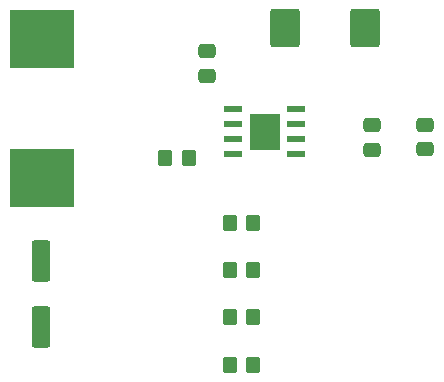
<source format=gbr>
%TF.GenerationSoftware,KiCad,Pcbnew,7.0.1*%
%TF.CreationDate,2023-04-11T14:03:01+02:00*%
%TF.ProjectId,sistabossen,73697374-6162-46f7-9373-656e2e6b6963,rev?*%
%TF.SameCoordinates,Original*%
%TF.FileFunction,Paste,Top*%
%TF.FilePolarity,Positive*%
%FSLAX46Y46*%
G04 Gerber Fmt 4.6, Leading zero omitted, Abs format (unit mm)*
G04 Created by KiCad (PCBNEW 7.0.1) date 2023-04-11 14:03:01*
%MOMM*%
%LPD*%
G01*
G04 APERTURE LIST*
G04 Aperture macros list*
%AMRoundRect*
0 Rectangle with rounded corners*
0 $1 Rounding radius*
0 $2 $3 $4 $5 $6 $7 $8 $9 X,Y pos of 4 corners*
0 Add a 4 corners polygon primitive as box body*
4,1,4,$2,$3,$4,$5,$6,$7,$8,$9,$2,$3,0*
0 Add four circle primitives for the rounded corners*
1,1,$1+$1,$2,$3*
1,1,$1+$1,$4,$5*
1,1,$1+$1,$6,$7*
1,1,$1+$1,$8,$9*
0 Add four rect primitives between the rounded corners*
20,1,$1+$1,$2,$3,$4,$5,0*
20,1,$1+$1,$4,$5,$6,$7,0*
20,1,$1+$1,$6,$7,$8,$9,0*
20,1,$1+$1,$8,$9,$2,$3,0*%
G04 Aperture macros list end*
%ADD10R,1.550000X0.600000*%
%ADD11R,2.600000X3.100000*%
%ADD12RoundRect,0.250000X-0.475000X0.337500X-0.475000X-0.337500X0.475000X-0.337500X0.475000X0.337500X0*%
%ADD13RoundRect,0.250000X0.475000X-0.337500X0.475000X0.337500X-0.475000X0.337500X-0.475000X-0.337500X0*%
%ADD14RoundRect,0.250000X-0.350000X-0.450000X0.350000X-0.450000X0.350000X0.450000X-0.350000X0.450000X0*%
%ADD15RoundRect,0.250000X-0.550000X1.500000X-0.550000X-1.500000X0.550000X-1.500000X0.550000X1.500000X0*%
%ADD16RoundRect,0.250000X0.350000X0.450000X-0.350000X0.450000X-0.350000X-0.450000X0.350000X-0.450000X0*%
%ADD17R,5.400000X4.900000*%
%ADD18RoundRect,0.250000X-1.000000X1.400000X-1.000000X-1.400000X1.000000X-1.400000X1.000000X1.400000X0*%
G04 APERTURE END LIST*
D10*
%TO.C,U1*%
X99200000Y-56092056D03*
X99200000Y-57362056D03*
X99200000Y-58632056D03*
X99200000Y-59902056D03*
X104600000Y-59902056D03*
X104600000Y-58632056D03*
X104600000Y-57362056D03*
X104600000Y-56092056D03*
D11*
X101900000Y-57997056D03*
%TD*%
D12*
%TO.C,C4*%
X115500000Y-57375000D03*
X115500000Y-59450000D03*
%TD*%
%TO.C,C1*%
X111000000Y-57412500D03*
X111000000Y-59487500D03*
%TD*%
D13*
%TO.C,C2*%
X97000000Y-53234556D03*
X97000000Y-51159556D03*
%TD*%
D14*
%TO.C,R4*%
X98960000Y-73697056D03*
X100960000Y-73697056D03*
%TD*%
%TO.C,R2*%
X98960000Y-65697056D03*
X100960000Y-65697056D03*
%TD*%
%TO.C,R3*%
X98960000Y-69697056D03*
X100960000Y-69697056D03*
%TD*%
D15*
%TO.C,C3*%
X83000000Y-68897056D03*
X83000000Y-74497056D03*
%TD*%
D14*
%TO.C,R5*%
X98960000Y-77697056D03*
X100960000Y-77697056D03*
%TD*%
D16*
%TO.C,R1*%
X95500000Y-60197056D03*
X93500000Y-60197056D03*
%TD*%
D17*
%TO.C,L1*%
X83097056Y-50100000D03*
X83097056Y-61900000D03*
%TD*%
D18*
%TO.C,D1*%
X110400000Y-49197056D03*
X103600000Y-49197056D03*
%TD*%
M02*

</source>
